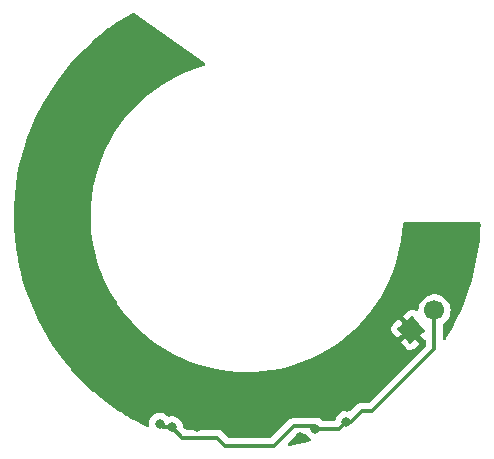
<source format=gbr>
G04 #@! TF.GenerationSoftware,KiCad,Pcbnew,7.0.2-6a45011f42~172~ubuntu22.04.1*
G04 #@! TF.CreationDate,2023-05-20T12:50:21-04:00*
G04 #@! TF.ProjectId,T36VAIllumination,54333656-4149-46c6-9c75-6d696e617469,1.3*
G04 #@! TF.SameCoordinates,Original*
G04 #@! TF.FileFunction,Copper,L2,Bot*
G04 #@! TF.FilePolarity,Positive*
%FSLAX46Y46*%
G04 Gerber Fmt 4.6, Leading zero omitted, Abs format (unit mm)*
G04 Created by KiCad (PCBNEW 7.0.2-6a45011f42~172~ubuntu22.04.1) date 2023-05-20 12:50:21*
%MOMM*%
%LPD*%
G01*
G04 APERTURE LIST*
G04 Aperture macros list*
%AMHorizOval*
0 Thick line with rounded ends*
0 $1 width*
0 $2 $3 position (X,Y) of the first rounded end (center of the circle)*
0 $4 $5 position (X,Y) of the second rounded end (center of the circle)*
0 Add line between two ends*
20,1,$1,$2,$3,$4,$5,0*
0 Add two circle primitives to create the rounded ends*
1,1,$1,$2,$3*
1,1,$1,$4,$5*%
%AMRotRect*
0 Rectangle, with rotation*
0 The origin of the aperture is its center*
0 $1 length*
0 $2 width*
0 $3 Rotation angle, in degrees counterclockwise*
0 Add horizontal line*
21,1,$1,$2,0,0,$3*%
G04 Aperture macros list end*
G04 #@! TA.AperFunction,ComponentPad*
%ADD10C,0.820000*%
G04 #@! TD*
G04 #@! TA.AperFunction,ComponentPad*
%ADD11RotRect,1.700000X1.700000X310.000000*%
G04 #@! TD*
G04 #@! TA.AperFunction,ComponentPad*
%ADD12HorizOval,1.700000X0.000000X0.000000X0.000000X0.000000X0*%
G04 #@! TD*
G04 #@! TA.AperFunction,ViaPad*
%ADD13C,0.800000*%
G04 #@! TD*
G04 #@! TA.AperFunction,Conductor*
%ADD14C,0.350000*%
G04 #@! TD*
G04 APERTURE END LIST*
D10*
G04 #@! TO.P,REF\u002A\u002A,1*
G04 #@! TO.N,GND*
X74275000Y-68240000D03*
G04 #@! TD*
G04 #@! TO.P,REF\u002A\u002A,1*
G04 #@! TO.N,GND*
X59775000Y-59040000D03*
G04 #@! TD*
G04 #@! TO.P,REF\u002A\u002A,1*
G04 #@! TO.N,GND*
X69025000Y-63290000D03*
G04 #@! TD*
G04 #@! TO.P,REF\u002A\u002A,1*
G04 #@! TO.N,GND*
X52475000Y-49640000D03*
G04 #@! TD*
G04 #@! TO.P,REF\u002A\u002A,1*
G04 #@! TO.N,GND*
X62675000Y-34840000D03*
G04 #@! TD*
G04 #@! TO.P,REF\u002A\u002A,1*
G04 #@! TO.N,GND*
X63775000Y-62040000D03*
G04 #@! TD*
G04 #@! TO.P,REF\u002A\u002A,1*
G04 #@! TO.N,GND*
X62775000Y-63940000D03*
G04 #@! TD*
G04 #@! TO.P,REF\u002A\u002A,1*
G04 #@! TO.N,GND*
X52575000Y-54540000D03*
G04 #@! TD*
G04 #@! TO.P,REF\u002A\u002A,1*
G04 #@! TO.N,GND*
X50575000Y-47440000D03*
G04 #@! TD*
G04 #@! TO.P,REF\u002A\u002A,1*
G04 #@! TO.N,GND*
X57075000Y-36840000D03*
G04 #@! TD*
G04 #@! TO.P,REF\u002A\u002A,1*
G04 #@! TO.N,GND*
X50575000Y-50840000D03*
G04 #@! TD*
G04 #@! TO.P,REF\u002A\u002A,1*
G04 #@! TO.N,GND*
X57275000Y-55040000D03*
G04 #@! TD*
G04 #@! TO.P,REF\u002A\u002A,1*
G04 #@! TO.N,GND*
X58275000Y-42040000D03*
G04 #@! TD*
G04 #@! TO.P,REF\u002A\u002A,1*
G04 #@! TO.N,GND*
X76825000Y-63640000D03*
G04 #@! TD*
G04 #@! TO.P,REF\u002A\u002A,1*
G04 #@! TO.N,GND*
X83275000Y-61640000D03*
G04 #@! TD*
G04 #@! TO.P,REF\u002A\u002A,1*
G04 #@! TO.N,GND*
X64785000Y-36440000D03*
G04 #@! TD*
G04 #@! TO.P,REF\u002A\u002A,1*
G04 #@! TO.N,GND*
X78275000Y-60290000D03*
G04 #@! TD*
G04 #@! TO.P,REF\u002A\u002A,1*
G04 #@! TO.N,GND*
X81525000Y-56540000D03*
G04 #@! TD*
G04 #@! TO.P,REF\u002A\u002A,1*
G04 #@! TO.N,GND*
X80975000Y-63740000D03*
G04 #@! TD*
G04 #@! TO.P,REF\u002A\u002A,1*
G04 #@! TO.N,GND*
X60775000Y-39040000D03*
G04 #@! TD*
G04 #@! TO.P,REF\u002A\u002A,1*
G04 #@! TO.N,GND*
X56275000Y-57940000D03*
G04 #@! TD*
G04 #@! TO.P,REF\u002A\u002A,1*
G04 #@! TO.N,GND*
X53525000Y-44840000D03*
G04 #@! TD*
G04 #@! TO.P,REF\u002A\u002A,1*
G04 #@! TO.N,GND*
X56025000Y-50040000D03*
G04 #@! TD*
G04 #@! TO.P,REF\u002A\u002A,1*
G04 #@! TO.N,GND*
X54175000Y-38340000D03*
G04 #@! TD*
G04 #@! TO.P,REF\u002A\u002A,1*
G04 #@! TO.N,GND*
X74025000Y-62540000D03*
G04 #@! TD*
G04 #@! TO.P,REF\u002A\u002A,1*
G04 #@! TO.N,GND*
X52675000Y-58140000D03*
G04 #@! TD*
G04 #@! TO.P,REF\u002A\u002A,1*
G04 #@! TO.N,GND*
X55275000Y-61840000D03*
G04 #@! TD*
G04 #@! TO.P,REF\u002A\u002A,1*
G04 #@! TO.N,GND*
X59275000Y-64040000D03*
G04 #@! TD*
G04 #@! TO.P,REF\u002A\u002A,1*
G04 #@! TO.N,GND*
X65565000Y-67410000D03*
G04 #@! TD*
G04 #@! TO.P,REF\u002A\u002A,1*
G04 #@! TO.N,GND*
X67375000Y-64590000D03*
G04 #@! TD*
G04 #@! TO.P,REF\u002A\u002A,1*
G04 #@! TO.N,GND*
X71075000Y-67440000D03*
G04 #@! TD*
G04 #@! TO.P,REF\u002A\u002A,1*
G04 #@! TO.N,GND*
X52475000Y-41240000D03*
G04 #@! TD*
G04 #@! TO.P,REF\u002A\u002A,1*
G04 #@! TO.N,GND*
X83035000Y-53180000D03*
G04 #@! TD*
G04 #@! TO.P,REF\u002A\u002A,1*
G04 #@! TO.N,GND*
X87475000Y-53040000D03*
G04 #@! TD*
G04 #@! TO.P,REF\u002A\u002A,1*
G04 #@! TO.N,GND*
X56775000Y-45290000D03*
G04 #@! TD*
D11*
G04 #@! TO.P,J1,1,Pin_1*
G04 #@! TO.N,GND*
X83698294Y-59159554D03*
D12*
G04 #@! TO.P,J1,2,Pin_2*
G04 #@! TO.N,VCC*
X85644047Y-57526873D03*
G04 #@! TD*
D13*
G04 #@! TO.N,VCC*
X63425000Y-67410000D03*
X78175000Y-66940000D03*
X62395000Y-67110000D03*
X75565000Y-67530000D03*
G04 #@! TO.N,GND*
X78275000Y-65740000D03*
X75415000Y-65730000D03*
G04 #@! TD*
D14*
G04 #@! TO.N,VCC*
X62685000Y-67400000D02*
X63415000Y-67400000D01*
X85644047Y-60770953D02*
X80375000Y-66040000D01*
X77585000Y-67530000D02*
X75565000Y-67530000D01*
X75565000Y-67530000D02*
X75375000Y-67340000D01*
X78575000Y-66940000D02*
X78175000Y-66940000D01*
X67225000Y-68290000D02*
X64305000Y-68290000D01*
X72065000Y-69000000D02*
X67935000Y-69000000D01*
X78175000Y-66940000D02*
X77585000Y-67530000D01*
X79475000Y-66040000D02*
X78575000Y-66940000D01*
X80375000Y-66040000D02*
X79475000Y-66040000D01*
X62395000Y-67110000D02*
X62685000Y-67400000D01*
X85644047Y-57526873D02*
X85644047Y-60770953D01*
X67935000Y-69000000D02*
X67225000Y-68290000D01*
X73725000Y-67340000D02*
X72065000Y-69000000D01*
X75375000Y-67340000D02*
X73725000Y-67340000D01*
X64305000Y-68290000D02*
X63425000Y-67410000D01*
X63415000Y-67400000D02*
X63425000Y-67410000D01*
G04 #@! TD*
G04 #@! TA.AperFunction,Conductor*
G04 #@! TO.N,GND*
G36*
X60229116Y-32325416D02*
G01*
X60229574Y-32325742D01*
X66187871Y-36594372D01*
X66231598Y-36650304D01*
X66238144Y-36720999D01*
X66205431Y-36784010D01*
X66148968Y-36817990D01*
X65814205Y-36913228D01*
X65786816Y-36921020D01*
X65785184Y-36921581D01*
X65785168Y-36921587D01*
X65107517Y-37154940D01*
X65107508Y-37154943D01*
X65105877Y-37155505D01*
X65104298Y-37156146D01*
X65104271Y-37156157D01*
X64440289Y-37426072D01*
X64440259Y-37426084D01*
X64438712Y-37426714D01*
X64437208Y-37427422D01*
X64437174Y-37427438D01*
X63788856Y-37733108D01*
X63788846Y-37733112D01*
X63787302Y-37733841D01*
X63785812Y-37734645D01*
X63785795Y-37734654D01*
X63155084Y-38075164D01*
X63155070Y-38075171D01*
X63153579Y-38075977D01*
X63152136Y-38076860D01*
X63152106Y-38076878D01*
X62540896Y-38451202D01*
X62540862Y-38451223D01*
X62539422Y-38452106D01*
X62538019Y-38453073D01*
X62537996Y-38453089D01*
X61948091Y-38860119D01*
X61948064Y-38860138D01*
X61946652Y-38861113D01*
X61945304Y-38862155D01*
X61945275Y-38862177D01*
X61378387Y-39300732D01*
X61378355Y-39300758D01*
X61377029Y-39301784D01*
X61375746Y-39302892D01*
X61375728Y-39302908D01*
X60833528Y-39771699D01*
X60833502Y-39771722D01*
X60832241Y-39772813D01*
X60831046Y-39773965D01*
X60831015Y-39773994D01*
X60315136Y-40271612D01*
X60315106Y-40271642D01*
X60313904Y-40272802D01*
X60312762Y-40274030D01*
X60312732Y-40274061D01*
X59824741Y-40798992D01*
X59824719Y-40799016D01*
X59823556Y-40800268D01*
X59822454Y-40801590D01*
X59822447Y-40801599D01*
X59363746Y-41352332D01*
X59363727Y-41352355D01*
X59362651Y-41353648D01*
X59361643Y-41355001D01*
X59361620Y-41355031D01*
X58933603Y-41929892D01*
X58933576Y-41929930D01*
X58932557Y-41931299D01*
X58931608Y-41932729D01*
X58931594Y-41932750D01*
X58535491Y-42530084D01*
X58535470Y-42530116D01*
X58534548Y-42531508D01*
X58533685Y-42532975D01*
X58533682Y-42532982D01*
X58170674Y-43151016D01*
X58170654Y-43151051D01*
X58169806Y-43152496D01*
X58169033Y-43153992D01*
X58169016Y-43154024D01*
X57840214Y-43790864D01*
X57840201Y-43790889D01*
X57839412Y-43792419D01*
X57838710Y-43793980D01*
X57838695Y-43794013D01*
X57584082Y-44360909D01*
X57544346Y-44449381D01*
X57543736Y-44450964D01*
X57543725Y-44450991D01*
X57303498Y-45074664D01*
X57285484Y-45121432D01*
X57284953Y-45123069D01*
X57284945Y-45123094D01*
X57064126Y-45804931D01*
X57064118Y-45804955D01*
X57063593Y-45806579D01*
X56879331Y-46502790D01*
X56878996Y-46504406D01*
X56878988Y-46504441D01*
X56752668Y-47114237D01*
X56733245Y-47208000D01*
X56732992Y-47209670D01*
X56732991Y-47209681D01*
X56638495Y-47835793D01*
X56625768Y-47920117D01*
X56625607Y-47921795D01*
X56625603Y-47921832D01*
X56557383Y-48635319D01*
X56557381Y-48635337D01*
X56557220Y-48637029D01*
X56557151Y-48638706D01*
X56557149Y-48638742D01*
X56527871Y-49354912D01*
X56527802Y-49356610D01*
X56527825Y-49358308D01*
X56527825Y-49358317D01*
X56537579Y-50075000D01*
X56537579Y-50075019D01*
X56537603Y-50076725D01*
X56537719Y-50078439D01*
X56537720Y-50078442D01*
X56581538Y-50721098D01*
X56586594Y-50795239D01*
X56586802Y-50796932D01*
X56586803Y-50796937D01*
X56674416Y-51508298D01*
X56674420Y-51508330D01*
X56674629Y-51510020D01*
X56674933Y-51511719D01*
X56674934Y-51511726D01*
X56801144Y-52217259D01*
X56801148Y-52217283D01*
X56801447Y-52218949D01*
X56801835Y-52220595D01*
X56801841Y-52220624D01*
X56966274Y-52918239D01*
X56966278Y-52918257D01*
X56966671Y-52919921D01*
X56967145Y-52921535D01*
X56967154Y-52921567D01*
X57107700Y-53399598D01*
X57169813Y-53610860D01*
X57170382Y-53612466D01*
X57170389Y-53612488D01*
X57331490Y-54067306D01*
X57410269Y-54289714D01*
X57410934Y-54291311D01*
X57410935Y-54291312D01*
X57459313Y-54407389D01*
X57687326Y-54954471D01*
X58000162Y-55603158D01*
X58000988Y-55604657D01*
X58000992Y-55604664D01*
X58183840Y-55936345D01*
X58347850Y-56233853D01*
X58729357Y-56844683D01*
X58805137Y-56952473D01*
X59059585Y-57314401D01*
X59143554Y-57433838D01*
X59144618Y-57435189D01*
X59144622Y-57435194D01*
X59565514Y-57969489D01*
X59589211Y-57999570D01*
X59590343Y-58000857D01*
X59590347Y-58000861D01*
X60063868Y-58538909D01*
X60063883Y-58538925D01*
X60065005Y-58540200D01*
X60066196Y-58541413D01*
X60066207Y-58541425D01*
X60358427Y-58839091D01*
X60569527Y-59054126D01*
X60570791Y-59055281D01*
X60570805Y-59055294D01*
X61047118Y-59490352D01*
X61101280Y-59539823D01*
X61102606Y-59540908D01*
X61102612Y-59540913D01*
X61228902Y-59644234D01*
X61658685Y-59995851D01*
X62240091Y-60420856D01*
X62843773Y-60813578D01*
X63467939Y-61172853D01*
X63817324Y-61349373D01*
X64109232Y-61496854D01*
X64109243Y-61496859D01*
X64110739Y-61497615D01*
X64770267Y-61786900D01*
X65444565Y-62039850D01*
X66131634Y-62255716D01*
X66829436Y-62433857D01*
X67535902Y-62573744D01*
X68248936Y-62674963D01*
X68966422Y-62737213D01*
X69686234Y-62760310D01*
X70406235Y-62744185D01*
X71124291Y-62688887D01*
X71838272Y-62594578D01*
X72546059Y-62461540D01*
X73245554Y-62290166D01*
X73934681Y-62080964D01*
X74611398Y-61834556D01*
X75273696Y-61551672D01*
X75919611Y-61233151D01*
X76547228Y-60879938D01*
X77154685Y-60493081D01*
X77740179Y-60073727D01*
X78301976Y-59623119D01*
X78838407Y-59142595D01*
X79347883Y-58633579D01*
X79828891Y-58097582D01*
X80280006Y-57536193D01*
X80699889Y-56951078D01*
X81087295Y-56343971D01*
X81441074Y-55716673D01*
X81760178Y-55071046D01*
X82043661Y-54409003D01*
X82290680Y-53732510D01*
X82500503Y-53043571D01*
X82672509Y-52344232D01*
X82806187Y-51636565D01*
X82901140Y-50922670D01*
X82957087Y-50204664D01*
X82958040Y-50163575D01*
X82979619Y-50095937D01*
X83034339Y-50050702D01*
X83084007Y-50040500D01*
X89426062Y-50040500D01*
X89494183Y-50060502D01*
X89540676Y-50114158D01*
X89551973Y-50171227D01*
X89531540Y-50715486D01*
X89531204Y-50721098D01*
X89459297Y-51594494D01*
X89458711Y-51600085D01*
X89347918Y-52469409D01*
X89347083Y-52474968D01*
X89197624Y-53338477D01*
X89196542Y-53343993D01*
X89008716Y-54199974D01*
X89007389Y-54205437D01*
X88781563Y-55052208D01*
X88779993Y-55057606D01*
X88516635Y-55893417D01*
X88514827Y-55898740D01*
X88214430Y-56722026D01*
X88212385Y-56727263D01*
X87875584Y-57536280D01*
X87873309Y-57541420D01*
X87500742Y-58334645D01*
X87498239Y-58339679D01*
X87090664Y-59115485D01*
X87087939Y-59120402D01*
X86646165Y-59877257D01*
X86643224Y-59882047D01*
X86603494Y-59943630D01*
X86570513Y-59994751D01*
X86559425Y-60011937D01*
X86505687Y-60058336D01*
X86435396Y-60068316D01*
X86370867Y-60038709D01*
X86332589Y-59978915D01*
X86327547Y-59943630D01*
X86327547Y-58776735D01*
X86347549Y-58708614D01*
X86382630Y-58676078D01*
X86381383Y-58674476D01*
X86567284Y-58529781D01*
X86567287Y-58529779D01*
X86719769Y-58364141D01*
X86842907Y-58175664D01*
X86933343Y-57969489D01*
X86988611Y-57751241D01*
X87007203Y-57526873D01*
X86988611Y-57302505D01*
X86933343Y-57084257D01*
X86842907Y-56878082D01*
X86719769Y-56689605D01*
X86567287Y-56523967D01*
X86567286Y-56523966D01*
X86567284Y-56523964D01*
X86389625Y-56385685D01*
X86191620Y-56278530D01*
X86047474Y-56229045D01*
X85978682Y-56205429D01*
X85756616Y-56168373D01*
X85531478Y-56168373D01*
X85309412Y-56205429D01*
X85309409Y-56205429D01*
X85309409Y-56205430D01*
X85096473Y-56278530D01*
X84898468Y-56385685D01*
X84720809Y-56523964D01*
X84568325Y-56689604D01*
X84445186Y-56878082D01*
X84354749Y-57084261D01*
X84335501Y-57160272D01*
X84299483Y-57302505D01*
X84289725Y-57420260D01*
X84287501Y-57447102D01*
X84261941Y-57513338D01*
X84204629Y-57555241D01*
X84133761Y-57559507D01*
X84099798Y-57546311D01*
X83990023Y-57484087D01*
X83847794Y-57450776D01*
X83701938Y-57458884D01*
X83564277Y-57507755D01*
X83516543Y-57539787D01*
X83511165Y-57543830D01*
X83019963Y-57955996D01*
X83019963Y-57955997D01*
X83615938Y-58666253D01*
X83555979Y-58674874D01*
X83425194Y-58734602D01*
X83316533Y-58828756D01*
X83238801Y-58949710D01*
X83226317Y-58992226D01*
X82630813Y-58282533D01*
X82630812Y-58282533D01*
X82139615Y-58694697D01*
X82134689Y-58699301D01*
X82094860Y-58740744D01*
X82022827Y-58867825D01*
X81989516Y-59010053D01*
X81997624Y-59155909D01*
X82046495Y-59293570D01*
X82078527Y-59341304D01*
X82082570Y-59346682D01*
X82494736Y-59837883D01*
X82494737Y-59837883D01*
X83202083Y-59244349D01*
X83238801Y-59369398D01*
X83316533Y-59490352D01*
X83425194Y-59584506D01*
X83529977Y-59632359D01*
X82821273Y-60227033D01*
X82821273Y-60227034D01*
X83233437Y-60718232D01*
X83238041Y-60723158D01*
X83279484Y-60762987D01*
X83406565Y-60835020D01*
X83548793Y-60868331D01*
X83694649Y-60860223D01*
X83832310Y-60811352D01*
X83880044Y-60779320D01*
X83885422Y-60775277D01*
X84376623Y-60363110D01*
X84376623Y-60363109D01*
X83780649Y-59652854D01*
X83840609Y-59644234D01*
X83971394Y-59584506D01*
X84080055Y-59490352D01*
X84157787Y-59369398D01*
X84170271Y-59326880D01*
X84765773Y-60036573D01*
X84775114Y-60037390D01*
X84818594Y-60018361D01*
X84888699Y-60029577D01*
X84941611Y-60076915D01*
X84960547Y-60143347D01*
X84960547Y-60435648D01*
X84940545Y-60503769D01*
X84923642Y-60524743D01*
X80128790Y-65319595D01*
X80066478Y-65353621D01*
X80039695Y-65356500D01*
X79499459Y-65356500D01*
X79491851Y-65356270D01*
X79433426Y-65352735D01*
X79375857Y-65363285D01*
X79368336Y-65364430D01*
X79310223Y-65371487D01*
X79301398Y-65374834D01*
X79279440Y-65380955D01*
X79277622Y-65381288D01*
X79270159Y-65382656D01*
X79216787Y-65406677D01*
X79209759Y-65409588D01*
X79155025Y-65430346D01*
X79147254Y-65435710D01*
X79127408Y-65446903D01*
X79118803Y-65450776D01*
X79072724Y-65486876D01*
X79066596Y-65491385D01*
X79018427Y-65524634D01*
X78979604Y-65568455D01*
X78974388Y-65573995D01*
X78522066Y-66026317D01*
X78459754Y-66060343D01*
X78406774Y-66060468D01*
X78270487Y-66031500D01*
X78079513Y-66031500D01*
X77954978Y-66057970D01*
X77892711Y-66071206D01*
X77718246Y-66148883D01*
X77563747Y-66261133D01*
X77435958Y-66403057D01*
X77340472Y-66568443D01*
X77297368Y-66701107D01*
X77285237Y-66738444D01*
X77278416Y-66759436D01*
X77238343Y-66818042D01*
X77172946Y-66845679D01*
X77158583Y-66846500D01*
X76210815Y-66846500D01*
X76142694Y-66826498D01*
X76136754Y-66822436D01*
X76038124Y-66750777D01*
X76021752Y-66738882D01*
X75847288Y-66661206D01*
X75660487Y-66621500D01*
X75469513Y-66621500D01*
X75337060Y-66649654D01*
X75317804Y-66653747D01*
X75291607Y-66656500D01*
X73749460Y-66656500D01*
X73741852Y-66656270D01*
X73683426Y-66652735D01*
X73625858Y-66663285D01*
X73618337Y-66664430D01*
X73560226Y-66671487D01*
X73551394Y-66674836D01*
X73529444Y-66680954D01*
X73520167Y-66682654D01*
X73466802Y-66706671D01*
X73459776Y-66709581D01*
X73405028Y-66730345D01*
X73397257Y-66735709D01*
X73377408Y-66746903D01*
X73368803Y-66750776D01*
X73322724Y-66786876D01*
X73316596Y-66791385D01*
X73268427Y-66824634D01*
X73229604Y-66868455D01*
X73224388Y-66873995D01*
X71818788Y-68279596D01*
X71756478Y-68313620D01*
X71729695Y-68316500D01*
X68270305Y-68316500D01*
X68202184Y-68296498D01*
X68181210Y-68279595D01*
X67725604Y-67823989D01*
X67720403Y-67818465D01*
X67681573Y-67774635D01*
X67633398Y-67741382D01*
X67627281Y-67736881D01*
X67581197Y-67700777D01*
X67581196Y-67700776D01*
X67572596Y-67696906D01*
X67552738Y-67685706D01*
X67544973Y-67680347D01*
X67544971Y-67680346D01*
X67490238Y-67659588D01*
X67483217Y-67656680D01*
X67461972Y-67647119D01*
X67429834Y-67632654D01*
X67420556Y-67630954D01*
X67398599Y-67624833D01*
X67389775Y-67621487D01*
X67331662Y-67614430D01*
X67324139Y-67613285D01*
X67266572Y-67602735D01*
X67208149Y-67606270D01*
X67200541Y-67606500D01*
X64640305Y-67606500D01*
X64572184Y-67586498D01*
X64551210Y-67569595D01*
X64363817Y-67382202D01*
X64329791Y-67319890D01*
X64327602Y-67306277D01*
X64318542Y-67220071D01*
X64259526Y-67038442D01*
X64164041Y-66873057D01*
X64090503Y-66791385D01*
X64036253Y-66731134D01*
X64035168Y-66730346D01*
X63940006Y-66661206D01*
X63881752Y-66618882D01*
X63707288Y-66541206D01*
X63520487Y-66501500D01*
X63329513Y-66501500D01*
X63182518Y-66532745D01*
X63111727Y-66527343D01*
X63062686Y-66493809D01*
X63006253Y-66431134D01*
X63006252Y-66431133D01*
X63006251Y-66431132D01*
X62851753Y-66318883D01*
X62851752Y-66318882D01*
X62677288Y-66241206D01*
X62490487Y-66201500D01*
X62299513Y-66201500D01*
X62174979Y-66227970D01*
X62112711Y-66241206D01*
X61938246Y-66318883D01*
X61783747Y-66431133D01*
X61655958Y-66573057D01*
X61560472Y-66738443D01*
X61501458Y-66920070D01*
X61481496Y-67110000D01*
X61497473Y-67262013D01*
X61484701Y-67331851D01*
X61436199Y-67383698D01*
X61367366Y-67401092D01*
X61319636Y-67389712D01*
X61306523Y-67383698D01*
X61277943Y-67370590D01*
X61161784Y-67317315D01*
X61156728Y-67314858D01*
X60377257Y-66914361D01*
X60372315Y-66911681D01*
X59957939Y-66674836D01*
X59611459Y-66476798D01*
X59606650Y-66473905D01*
X59539012Y-66431134D01*
X59092664Y-66148883D01*
X58865977Y-66005536D01*
X58861293Y-66002426D01*
X58142234Y-65501474D01*
X58137695Y-65498159D01*
X57441705Y-64965637D01*
X57437317Y-64962122D01*
X56826824Y-64450274D01*
X56765747Y-64399066D01*
X56761551Y-64395385D01*
X56115771Y-63802938D01*
X56111719Y-63799051D01*
X55493020Y-63178400D01*
X55489141Y-63174331D01*
X54898737Y-62526696D01*
X54895044Y-62522458D01*
X54334135Y-61849155D01*
X54330634Y-61844757D01*
X54014311Y-61428623D01*
X53800303Y-61147088D01*
X53797008Y-61142548D01*
X53298305Y-60421888D01*
X53295233Y-60417230D01*
X52829160Y-59675027D01*
X52826288Y-59670216D01*
X52393811Y-58908005D01*
X52391182Y-58903122D01*
X51993103Y-58122320D01*
X51990684Y-58117302D01*
X51627839Y-57319541D01*
X51625650Y-57314429D01*
X51298747Y-56501270D01*
X51296787Y-56496061D01*
X51006479Y-55669126D01*
X51004750Y-55663824D01*
X50751626Y-54824793D01*
X50750127Y-54819390D01*
X50534690Y-53969940D01*
X50533430Y-53964462D01*
X50503246Y-53818386D01*
X50356091Y-53106219D01*
X50355087Y-53100751D01*
X50216203Y-52235432D01*
X50215438Y-52229872D01*
X50213987Y-52217259D01*
X50115290Y-51359215D01*
X50114778Y-51353673D01*
X50053568Y-50479457D01*
X50053301Y-50473847D01*
X50046451Y-50202952D01*
X50031145Y-49597720D01*
X50031130Y-49592159D01*
X50048077Y-48715930D01*
X50048308Y-48710371D01*
X50104323Y-47835758D01*
X50104800Y-47830227D01*
X50199773Y-46958972D01*
X50200506Y-46953413D01*
X50334236Y-46087325D01*
X50335208Y-46081841D01*
X50507453Y-45222505D01*
X50508670Y-45217070D01*
X50719067Y-44366298D01*
X50720518Y-44360946D01*
X50968655Y-43520410D01*
X50970362Y-43515070D01*
X51093711Y-43156917D01*
X51255733Y-42686468D01*
X51257679Y-42681204D01*
X51579724Y-41866163D01*
X51581906Y-41860983D01*
X51939992Y-41061102D01*
X51942370Y-41056091D01*
X52335803Y-40272931D01*
X52338399Y-40268039D01*
X52766362Y-39503228D01*
X52769213Y-39498392D01*
X52804792Y-39440979D01*
X53230856Y-38753446D01*
X53233874Y-38748809D01*
X53728300Y-38025175D01*
X53731540Y-38020651D01*
X54257758Y-37319784D01*
X54261192Y-37315418D01*
X54818123Y-36638750D01*
X54821766Y-36634520D01*
X55408347Y-35983346D01*
X55412155Y-35979303D01*
X56027196Y-35354942D01*
X56031192Y-35351063D01*
X56673449Y-34754778D01*
X56677630Y-34751067D01*
X57345859Y-34184013D01*
X57350155Y-34180529D01*
X58043041Y-33643822D01*
X58047519Y-33640511D01*
X58763617Y-33135273D01*
X58768237Y-33132166D01*
X59506190Y-32659351D01*
X59510920Y-32656468D01*
X60093021Y-32319150D01*
X60161987Y-32302302D01*
X60229116Y-32325416D01*
G37*
G04 #@! TD.AperFunction*
G04 #@! TA.AperFunction,Conductor*
G36*
X74798865Y-68043502D02*
G01*
X74824380Y-68065190D01*
X74944425Y-68198513D01*
X74953747Y-68208866D01*
X75108248Y-68321118D01*
X75137544Y-68334161D01*
X75191640Y-68380141D01*
X75212290Y-68448068D01*
X75192938Y-68516376D01*
X75139728Y-68563378D01*
X75121590Y-68570224D01*
X74914089Y-68630771D01*
X74908658Y-68632225D01*
X74057278Y-68839930D01*
X74051789Y-68841140D01*
X73385234Y-68972563D01*
X73314531Y-68966116D01*
X73258537Y-68922468D01*
X73235029Y-68855476D01*
X73251473Y-68786410D01*
X73271757Y-68759856D01*
X73971212Y-68060402D01*
X74033522Y-68026379D01*
X74060305Y-68023500D01*
X74730744Y-68023500D01*
X74798865Y-68043502D01*
G37*
G04 #@! TD.AperFunction*
G04 #@! TD*
M02*

</source>
